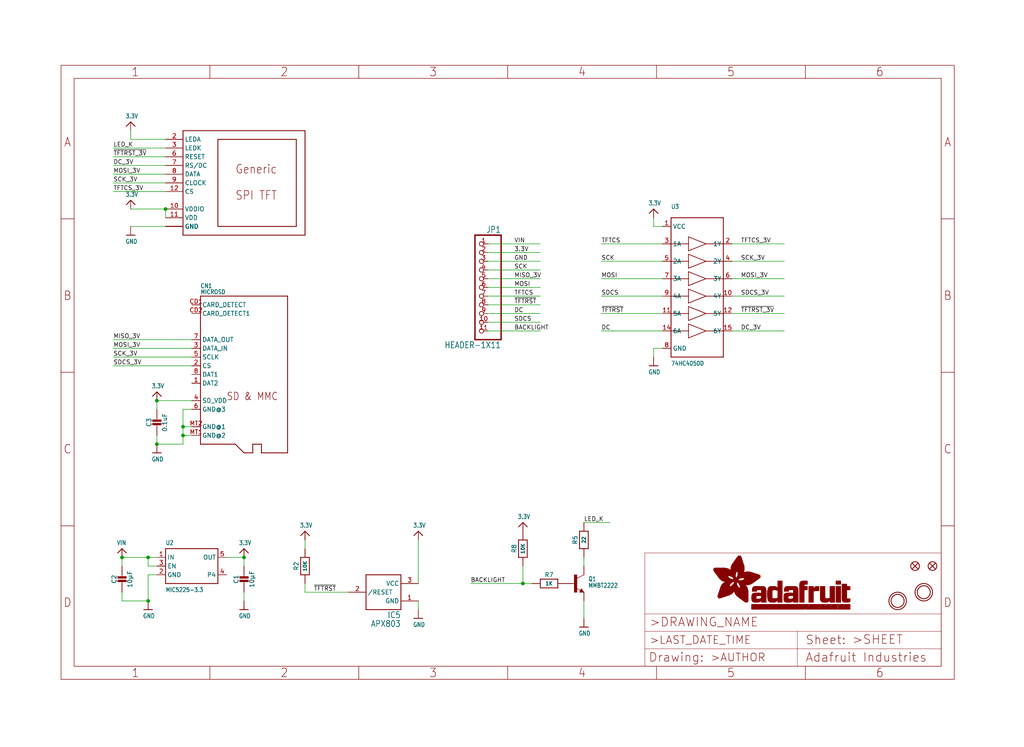
<source format=kicad_sch>
(kicad_sch (version 20211123) (generator eeschema)
  (paper "User" 298.45 217.881)
  (lib_symbols
    (symbol "eagleSchem-eagle-import:3.3V" (power)
      (property "Value" "3.3V" (at -1.524 1.016 0))
      (symbol "3.3V_1_0"
        (pin power_in line (at 0 -2.54 90) (length 2.54) (name "3.3V") (number "1"))
      )
    )
    (symbol "eagleSchem-eagle-import:74HC4050D"
      (property "Reference" "U" (at -7.62 22.86 0))
      (property "Value" "74HC4050D" (at -7.62 -22.86 0))
      (symbol "74HC4050D_1_0"
        (pin bidirectional line (at -10.16 17.78 0) (length 2.54) (name "VCC") (number "1"))
        (pin bidirectional line (at 10.16 -2.54 180) (length 2.54) (name "4Y") (number "10"))
        (pin bidirectional line (at -10.16 -7.62 0) (length 2.54) (name "5A") (number "11"))
        (pin bidirectional line (at 10.16 -7.62 180) (length 2.54) (name "5Y") (number "12"))
        (pin bidirectional line (at -10.16 -12.7 0) (length 2.54) (name "6A") (number "14"))
        (pin bidirectional line (at 10.16 -12.7 180) (length 2.54) (name "6Y") (number "15"))
        (pin bidirectional line (at 10.16 12.7 180) (length 2.54) (name "1Y") (number "2"))
        (pin bidirectional line (at -10.16 12.7 0) (length 2.54) (name "1A") (number "3"))
        (pin bidirectional line (at 10.16 7.62 180) (length 2.54) (name "2Y") (number "4"))
        (pin bidirectional line (at -10.16 7.62 0) (length 2.54) (name "2A") (number "5"))
        (pin bidirectional line (at 10.16 2.54 180) (length 2.54) (name "3Y") (number "6"))
        (pin bidirectional line (at -10.16 2.54 0) (length 2.54) (name "3A") (number "7"))
        (pin bidirectional line (at -10.16 -17.78 0) (length 2.54) (name "GND") (number "8"))
        (pin bidirectional line (at -10.16 -2.54 0) (length 2.54) (name "4A") (number "9"))
      )
    )
    (symbol "eagleSchem-eagle-import:AXP083-SAG"
      (property "Reference" "IC" (at -5.08 -7.62 0))
      (property "Value" "AXP083-SAG" (at -5.08 -10.16 0))
      (symbol "AXP083-SAG_1_0"
        (pin power_in line (at -10.16 -2.54 0) (length 5.08) (name "GND") (number "1"))
        (pin output line (at 10.16 0 180) (length 5.08) (name "/RESET") (number "2"))
        (pin power_in line (at -10.16 2.54 0) (length 5.08) (name "VCC") (number "3"))
      )
    )
    (symbol "eagleSchem-eagle-import:CAP_CERAMIC0805-NOOUTLINE"
      (property "Reference" "C" (at -2.29 1.25 90))
      (property "Value" "CAP_CERAMIC0805-NOOUTLINE" (at 2.3 1.25 90))
      (symbol "CAP_CERAMIC0805-NOOUTLINE_1_0"
        (pin passive line (at 0 5.08 270) (length 2.54) (name "1") (number "1"))
        (pin passive line (at 0 -2.54 90) (length 2.54) (name "2") (number "2"))
      )
    )
    (symbol "eagleSchem-eagle-import:DISP_LCD_0.9IN_160X80"
      (symbol "DISP_LCD_0.9IN_160X80_1_0"
        (text "Generic" (at -7.62 2.54 0) (effects (font (size 2.54 2.159)) (justify left bottom)))
        (text "SPI TFT" (at -7.62 -5.08 0) (effects (font (size 2.54 2.159)) (justify left bottom)))
        (pin power_in line (at -27.94 -12.7 0) (length 5.08) (name "GND") (number "1"))
        (pin power_in line (at -27.94 -7.62 0) (length 5.08) (name "VDDIO") (number "10"))
        (pin power_in line (at -27.94 -10.16 0) (length 5.08) (name "VDD") (number "11"))
        (pin input line (at -27.94 -2.54 0) (length 5.08) (name "CS") (number "12"))
        (pin power_in line (at -27.94 -12.7 0) (length 5.08) (name "GND") (number "13"))
        (pin input line (at -27.94 12.7 0) (length 5.08) (name "LEDA") (number "2"))
        (pin input line (at -27.94 10.16 0) (length 5.08) (name "LEDK") (number "3"))
        (pin power_in line (at -27.94 -12.7 0) (length 5.08) (name "GND") (number "5"))
        (pin input line (at -27.94 7.62 0) (length 5.08) (name "RESET") (number "6"))
        (pin input line (at -27.94 5.08 0) (length 5.08) (name "RS/DC") (number "7"))
        (pin bidirectional line (at -27.94 2.54 0) (length 5.08) (name "DATA") (number "8"))
        (pin input line (at -27.94 0 0) (length 5.08) (name "CLOCK") (number "9"))
      )
    )
    (symbol "eagleSchem-eagle-import:FIDUCIAL_1MM")
    (symbol "eagleSchem-eagle-import:FRAME_A4_ADAFRUIT"
      (symbol "FRAME_A4_ADAFRUIT_0_0"
        (text "1" (at 21.6958 1.905 0) (effects (font (size 2.54 2.286))))
        (text "1" (at 21.6958 177.165 0) (effects (font (size 2.54 2.286))))
        (text "2" (at 65.0875 1.905 0) (effects (font (size 2.54 2.286))))
        (text "2" (at 65.0875 177.165 0) (effects (font (size 2.54 2.286))))
        (text "3" (at 108.4792 1.905 0) (effects (font (size 2.54 2.286))))
        (text "3" (at 108.4792 177.165 0) (effects (font (size 2.54 2.286))))
        (text "4" (at 151.8708 1.905 0) (effects (font (size 2.54 2.286))))
        (text "4" (at 151.8708 177.165 0) (effects (font (size 2.54 2.286))))
        (text "5" (at 195.2625 1.905 0) (effects (font (size 2.54 2.286))))
        (text "5" (at 195.2625 177.165 0) (effects (font (size 2.54 2.286))))
        (text "6" (at 238.6542 1.905 0) (effects (font (size 2.54 2.286))))
        (text "6" (at 238.6542 177.165 0) (effects (font (size 2.54 2.286))))
        (text "A" (at 1.905 156.6863 0) (effects (font (size 2.54 2.286))))
        (text "A" (at 258.445 156.6863 0) (effects (font (size 2.54 2.286))))
        (text "B" (at 1.905 111.9188 0) (effects (font (size 2.54 2.286))))
        (text "B" (at 258.445 111.9188 0) (effects (font (size 2.54 2.286))))
        (text "C" (at 1.905 67.1513 0) (effects (font (size 2.54 2.286))))
        (text "C" (at 258.445 67.1513 0) (effects (font (size 2.54 2.286))))
        (text "D" (at 1.905 22.3838 0) (effects (font (size 2.54 2.286))))
        (text "D" (at 258.445 22.3838 0) (effects (font (size 2.54 2.286))))
      )
      (symbol "FRAME_A4_ADAFRUIT_1_0"
        (text ">AUTHOR" (at 189.23 5.08 0) (effects (font (size 2.286 2.286)) (justify left bottom)))
        (text ">DRAWING_NAME" (at 171.45 15.24 0) (effects (font (size 2.54 2.54)) (justify left bottom)))
        (text ">LAST_DATE_TIME" (at 171.45 10.16 0) (effects (font (size 2.286 2.286)) (justify left bottom)))
        (text ">SHEET" (at 230.505 10.16 0) (effects (font (size 2.54 2.54)) (justify left bottom)))
        (text "Adafruit Industries" (at 216.916 4.953 0) (effects (font (size 2.54 2.54)) (justify left bottom)))
        (text "Drawing:" (at 171.196 4.953 0) (effects (font (size 2.54 2.54)) (justify left bottom)))
        (text "Sheet:" (at 216.916 10.033 0) (effects (font (size 2.54 2.54)) (justify left bottom)))
      )
    )
    (symbol "eagleSchem-eagle-import:GND" (power)
      (property "Value" "GND" (at -1.524 -2.54 0))
      (symbol "GND_1_0"
        (pin power_in line (at 0 2.54 270) (length 2.54) (name "GND") (number "1"))
      )
    )
    (symbol "eagleSchem-eagle-import:HEADER-1X11"
      (property "Reference" "JP" (at -6.35 15.875 0))
      (property "Value" "HEADER-1X11" (at -6.35 -17.78 0))
      (symbol "HEADER-1X11_1_0"
        (pin passive inverted (at -2.54 12.7 0) (length 2.54) (name "1") (number "1"))
        (pin passive inverted (at -2.54 -10.16 0) (length 2.54) (name "10") (number "10"))
        (pin passive inverted (at -2.54 -12.7 0) (length 2.54) (name "11") (number "11"))
        (pin passive inverted (at -2.54 10.16 0) (length 2.54) (name "2") (number "2"))
        (pin passive inverted (at -2.54 7.62 0) (length 2.54) (name "3") (number "3"))
        (pin passive inverted (at -2.54 5.08 0) (length 2.54) (name "4") (number "4"))
        (pin passive inverted (at -2.54 2.54 0) (length 2.54) (name "5") (number "5"))
        (pin passive inverted (at -2.54 0 0) (length 2.54) (name "6") (number "6"))
        (pin passive inverted (at -2.54 -2.54 0) (length 2.54) (name "7") (number "7"))
        (pin passive inverted (at -2.54 -5.08 0) (length 2.54) (name "8") (number "8"))
        (pin passive inverted (at -2.54 -7.62 0) (length 2.54) (name "9") (number "9"))
      )
    )
    (symbol "eagleSchem-eagle-import:MICROSD"
      (property "Reference" "X" (at -12.7 22.606 0))
      (property "Value" "MICROSD" (at -12.7 20.828 0))
      (symbol "MICROSD_1_0"
        (text "SD & MMC" (at -5.08 -10.16 0) (effects (font (size 2.1844 1.8567)) (justify left bottom)))
        (pin bidirectional line (at -15.24 -5.08 0) (length 2.54) (name "DAT2") (number "1"))
        (pin input line (at -15.24 0 0) (length 2.54) (name "CS") (number "2"))
        (pin input line (at -15.24 5.08 0) (length 2.54) (name "DATA_IN") (number "3"))
        (pin power_in line (at -15.24 -10.16 0) (length 2.54) (name "SD_VDD") (number "4"))
        (pin input line (at -15.24 2.54 0) (length 2.54) (name "SCLK") (number "5"))
        (pin power_in line (at -15.24 -12.7 0) (length 2.54) (name "GND@3") (number "6"))
        (pin output line (at -15.24 7.62 0) (length 2.54) (name "DATA_OUT") (number "7"))
        (pin bidirectional line (at -15.24 -2.54 0) (length 2.54) (name "DAT1") (number "8"))
        (pin passive line (at -15.24 17.78 0) (length 2.54) (name "CARD_DETECT") (number "CD1"))
        (pin passive line (at -15.24 15.24 0) (length 2.54) (name "CARD_DETECT1") (number "CD2"))
        (pin power_in line (at -15.24 -20.32 0) (length 2.54) (name "GND@2") (number "MT1"))
        (pin power_in line (at -15.24 -17.78 0) (length 2.54) (name "GND@1") (number "MT2"))
      )
    )
    (symbol "eagleSchem-eagle-import:MOUNTINGHOLE2.5")
    (symbol "eagleSchem-eagle-import:RESISTOR_0603_NOOUT"
      (property "Reference" "R" (at 0 2.54 0))
      (property "Value" "RESISTOR_0603_NOOUT" (at 0 0 0))
      (symbol "RESISTOR_0603_NOOUT_1_0"
        (pin passive line (at -5.08 0 0) (length 2.54) (name "1") (number "1"))
        (pin passive line (at 5.08 0 180) (length 2.54) (name "2") (number "2"))
      )
    )
    (symbol "eagleSchem-eagle-import:TRANSISTOR_NPNWIDE"
      (property "Reference" "Q" (at 1.27 0.635 0))
      (property "Value" "TRANSISTOR_NPNWIDE" (at 1.27 -1.27 0))
      (symbol "TRANSISTOR_NPNWIDE_1_0"
        (pin passive line (at -5.08 0 0) (length 2.54) (name "B") (number "1"))
        (pin passive line (at 0 -5.08 90) (length 2.54) (name "E") (number "2"))
        (pin passive line (at 0 5.08 270) (length 2.54) (name "C") (number "3"))
      )
    )
    (symbol "eagleSchem-eagle-import:VIN" (power)
      (property "Value" "VIN" (at -1.524 1.016 0))
      (symbol "VIN_1_0"
        (pin power_in line (at 0 -2.54 90) (length 2.54) (name "VIN") (number "1"))
      )
    )
    (symbol "eagleSchem-eagle-import:VREG_SOT23-5"
      (property "Reference" "U" (at -7.62 6.096 0))
      (property "Value" "VREG_SOT23-5" (at -7.62 -7.62 0))
      (symbol "VREG_SOT23-5_1_0"
        (pin power_in line (at -10.16 2.54 0) (length 2.54) (name "IN") (number "1"))
        (pin power_in line (at -10.16 -2.54 0) (length 2.54) (name "GND") (number "2"))
        (pin input line (at -10.16 0 0) (length 2.54) (name "EN") (number "3"))
        (pin bidirectional line (at 10.16 -2.54 180) (length 2.54) (name "P4") (number "4"))
        (pin power_in line (at 10.16 2.54 180) (length 2.54) (name "OUT") (number "5"))
      )
    )
  )
  (junction (at 45.72 116.84))
  (junction (at 45.72 129.54))
  (junction (at 71.12 162.56))
  (junction (at 53.34 124.46))
  (junction (at 43.18 162.56))
  (junction (at 152.4 170.18))
  (junction (at 43.18 175.26))
  (junction (at 53.34 127))
  (junction (at 35.56 162.56))
  (junction (at 48.26 60.96))
  (wire (pts (xy 35.56 175.26) (xy 43.18 175.26)))
  (wire (pts (xy 193.04 86.36) (xy 175.26 86.36)))
  (wire (pts (xy 43.18 165.1) (xy 43.18 162.56)))
  (wire (pts (xy 53.34 129.54) (xy 45.72 129.54)))
  (wire (pts (xy 101.6 172.72) (xy 88.9 172.72)))
  (wire (pts (xy 33.02 55.88) (xy 48.26 55.88)))
  (wire (pts (xy 142.24 83.82) (xy 157.48 83.82)))
  (wire (pts (xy 71.12 162.56) (xy 71.12 165.1)))
  (wire (pts (xy 66.04 162.56) (xy 71.12 162.56)))
  (wire (pts (xy 228.6 71.12) (xy 213.36 71.12)))
  (wire (pts (xy 55.88 104.14) (xy 33.02 104.14)))
  (wire (pts (xy 55.88 116.84) (xy 45.72 116.84)))
  (wire (pts (xy 157.48 96.52) (xy 142.24 96.52)))
  (wire (pts (xy 88.9 172.72) (xy 88.9 170.18)))
  (wire (pts (xy 48.26 53.34) (xy 33.02 53.34)))
  (wire (pts (xy 53.34 124.46) (xy 53.34 127)))
  (wire (pts (xy 177.8 152.4) (xy 170.18 152.4)))
  (wire (pts (xy 33.02 50.8) (xy 48.26 50.8)))
  (wire (pts (xy 193.04 76.2) (xy 175.26 76.2)))
  (wire (pts (xy 152.4 170.18) (xy 137.16 170.18)))
  (wire (pts (xy 45.72 165.1) (xy 43.18 165.1)))
  (wire (pts (xy 213.36 76.2) (xy 228.6 76.2)))
  (wire (pts (xy 88.9 160.02) (xy 88.9 157.48)))
  (wire (pts (xy 142.24 73.66) (xy 157.48 73.66)))
  (wire (pts (xy 213.36 81.28) (xy 228.6 81.28)))
  (wire (pts (xy 53.34 119.38) (xy 53.34 124.46)))
  (wire (pts (xy 38.1 66.04) (xy 48.26 66.04)))
  (wire (pts (xy 71.12 172.72) (xy 71.12 175.26)))
  (wire (pts (xy 38.1 60.96) (xy 48.26 60.96)))
  (wire (pts (xy 190.5 101.6) (xy 190.5 104.14)))
  (wire (pts (xy 193.04 81.28) (xy 175.26 81.28)))
  (wire (pts (xy 193.04 96.52) (xy 175.26 96.52)))
  (wire (pts (xy 142.24 88.9) (xy 157.48 88.9)))
  (wire (pts (xy 142.24 71.12) (xy 157.48 71.12)))
  (wire (pts (xy 43.18 167.64) (xy 43.18 175.26)))
  (wire (pts (xy 121.92 170.18) (xy 121.92 157.48)))
  (wire (pts (xy 45.72 162.56) (xy 43.18 162.56)))
  (wire (pts (xy 45.72 127) (xy 45.72 129.54)))
  (wire (pts (xy 213.36 86.36) (xy 228.6 86.36)))
  (wire (pts (xy 48.26 43.18) (xy 33.02 43.18)))
  (wire (pts (xy 48.26 40.64) (xy 38.1 40.64)))
  (wire (pts (xy 170.18 162.56) (xy 170.18 165.1)))
  (wire (pts (xy 157.48 81.28) (xy 142.24 81.28)))
  (wire (pts (xy 35.56 165.1) (xy 35.56 162.56)))
  (wire (pts (xy 193.04 101.6) (xy 190.5 101.6)))
  (wire (pts (xy 45.72 116.84) (xy 45.72 119.38)))
  (wire (pts (xy 55.88 119.38) (xy 53.34 119.38)))
  (wire (pts (xy 157.48 86.36) (xy 142.24 86.36)))
  (wire (pts (xy 193.04 71.12) (xy 175.26 71.12)))
  (wire (pts (xy 213.36 96.52) (xy 228.6 96.52)))
  (wire (pts (xy 190.5 63.5) (xy 190.5 66.04)))
  (wire (pts (xy 142.24 78.74) (xy 157.48 78.74)))
  (wire (pts (xy 48.26 45.72) (xy 33.02 45.72)))
  (wire (pts (xy 142.24 93.98) (xy 157.48 93.98)))
  (wire (pts (xy 35.56 172.72) (xy 35.56 175.26)))
  (wire (pts (xy 53.34 127) (xy 53.34 129.54)))
  (wire (pts (xy 55.88 106.68) (xy 33.02 106.68)))
  (wire (pts (xy 193.04 91.44) (xy 175.26 91.44)))
  (wire (pts (xy 38.1 40.64) (xy 38.1 38.1)))
  (wire (pts (xy 157.48 91.44) (xy 142.24 91.44)))
  (wire (pts (xy 48.26 48.26) (xy 33.02 48.26)))
  (wire (pts (xy 213.36 91.44) (xy 228.6 91.44)))
  (wire (pts (xy 152.4 165.1) (xy 152.4 170.18)))
  (wire (pts (xy 190.5 66.04) (xy 193.04 66.04)))
  (wire (pts (xy 154.94 170.18) (xy 152.4 170.18)))
  (wire (pts (xy 55.88 124.46) (xy 53.34 124.46)))
  (wire (pts (xy 55.88 101.6) (xy 33.02 101.6)))
  (wire (pts (xy 55.88 127) (xy 53.34 127)))
  (wire (pts (xy 55.88 99.06) (xy 33.02 99.06)))
  (wire (pts (xy 48.26 63.5) (xy 48.26 60.96)))
  (wire (pts (xy 45.72 167.64) (xy 43.18 167.64)))
  (wire (pts (xy 170.18 175.26) (xy 170.18 180.34)))
  (wire (pts (xy 142.24 76.2) (xy 157.48 76.2)))
  (wire (pts (xy 121.92 175.26) (xy 121.92 177.8)))
  (wire (pts (xy 43.18 162.56) (xy 35.56 162.56)))
  (label "MOSI_3V" (at 33.02 101.6 0) (effects (font (size 1.2446 1.2446))))
  (label "GND" (at 149.86 76.2 0) (effects (font (size 1.2446 1.2446))))
  (label "TFTCS" (at 175.26 71.12 0) (effects (font (size 1.2446 1.2446))))
  (label "VIN" (at 149.86 71.12 0) (effects (font (size 1.2446 1.2446))))
  (label "MOSI_3V" (at 33.02 50.8 0) (effects (font (size 1.2446 1.2446))))
  (label "LED_K" (at 170.18 152.4 0) (effects (font (size 1.2446 1.2446))))
  (label "SCK" (at 149.86 78.74 0) (effects (font (size 1.2446 1.2446))))
  (label "MISO_3V" (at 33.02 99.06 0) (effects (font (size 1.2446 1.2446))))
  (label "~{TFTRST_3V}" (at 33.02 45.72 0) (effects (font (size 1.2446 1.2446))))
  (label "TFTCS_3V" (at 215.9 71.12 0) (effects (font (size 1.2446 1.2446))))
  (label "MOSI_3V" (at 215.9 81.28 0) (effects (font (size 1.2446 1.2446))))
  (label "LED_K" (at 33.02 43.18 0) (effects (font (size 1.2446 1.2446))))
  (label "SCK_3V" (at 33.02 104.14 0) (effects (font (size 1.2446 1.2446))))
  (label "SDCS_3V" (at 33.02 106.68 0) (effects (font (size 1.2446 1.2446))))
  (label "~{TFTRST_3V}" (at 215.9 91.44 0) (effects (font (size 1.2446 1.2446))))
  (label "SCK_3V" (at 215.9 76.2 0) (effects (font (size 1.2446 1.2446))))
  (label "BACKLIGHT" (at 137.16 170.18 0) (effects (font (size 1.2446 1.2446))))
  (label "MOSI" (at 175.26 81.28 0) (effects (font (size 1.2446 1.2446))))
  (label "TFTCS_3V" (at 33.02 55.88 0) (effects (font (size 1.2446 1.2446))))
  (label "MOSI" (at 149.86 83.82 0) (effects (font (size 1.2446 1.2446))))
  (label "DC_3V" (at 33.02 48.26 0) (effects (font (size 1.2446 1.2446))))
  (label "BACKLIGHT" (at 149.86 96.52 0) (effects (font (size 1.2446 1.2446))))
  (label "SCK" (at 175.26 76.2 0) (effects (font (size 1.2446 1.2446))))
  (label "~{TFTRST}" (at 175.26 91.44 0) (effects (font (size 1.2446 1.2446))))
  (label "TFTCS" (at 149.86 86.36 0) (effects (font (size 1.2446 1.2446))))
  (label "~{TFTRST}" (at 91.44 172.72 0) (effects (font (size 1.2446 1.2446))))
  (label "~{TFTRST}" (at 149.86 88.9 0) (effects (font (size 1.2446 1.2446))))
  (label "3.3V" (at 149.86 73.66 0) (effects (font (size 1.2446 1.2446))))
  (label "SDCS" (at 149.86 93.98 0) (effects (font (size 1.2446 1.2446))))
  (label "SCK_3V" (at 33.02 53.34 0) (effects (font (size 1.2446 1.2446))))
  (label "DC_3V" (at 215.9 96.52 0) (effects (font (size 1.2446 1.2446))))
  (label "DC" (at 149.86 91.44 0) (effects (font (size 1.2446 1.2446))))
  (label "MISO_3V" (at 149.86 81.28 0) (effects (font (size 1.2446 1.2446))))
  (label "SDCS" (at 175.26 86.36 0) (effects (font (size 1.2446 1.2446))))
  (label "DC" (at 175.26 96.52 0) (effects (font (size 1.2446 1.2446))))
  (label "SDCS_3V" (at 215.9 86.36 0) (effects (font (size 1.2446 1.2446))))
  (symbol (lib_id "eagleSchem-eagle-import:VIN") (at 35.56 160.02 0) (unit 1)
    (property "Reference" "#U$28" (effects hide))
    (property "Value" "VIN" (at 34.036 159.004 0) (effects (font (size 1.27 1.0795)) (justify left bottom)))
    (property "Footprint" "eagleSchem:" (effects hide))
  )
  (symbol (lib_id "eagleSchem-eagle-import:FIDUCIAL_1MM") (at 271.78 165.1 0) (unit 1)
    (property "Reference" "FID1" (effects hide))
    (property "Value" "FIDUCIAL_1MM" (effects hide))
    (property "Footprint" "eagleSchem:FIDUCIAL_1MM" (effects hide))
  )
  (symbol (lib_id "eagleSchem-eagle-import:GND") (at 43.18 177.8 0) (unit 1)
    (property "Reference" "#U$25" (effects hide))
    (property "Value" "GND" (at 41.656 180.34 0) (effects (font (size 1.27 1.0795)) (justify left bottom)))
    (property "Footprint" "eagleSchem:" (effects hide))
  )
  (symbol (lib_id "eagleSchem-eagle-import:TRANSISTOR_NPNWIDE") (at 170.18 170.18 0) (unit 1)
    (property "Reference" "Q1" (at 171.45 169.545 0) (effects (font (size 1.27 1.0795)) (justify left bottom)))
    (property "Value" "MMBT2222" (at 171.45 171.45 0) (effects (font (size 1.27 1.0795)) (justify left bottom)))
    (property "Footprint" "eagleSchem:SOT23-WIDE" (effects hide))
  )
  (symbol (lib_id "eagleSchem-eagle-import:GND") (at 45.72 132.08 0) (unit 1)
    (property "Reference" "#U$22" (effects hide))
    (property "Value" "GND" (at 44.196 134.62 0) (effects (font (size 1.27 1.0795)) (justify left bottom)))
    (property "Footprint" "eagleSchem:" (effects hide))
  )
  (symbol (lib_id "eagleSchem-eagle-import:CAP_CERAMIC0805-NOOUTLINE") (at 35.56 170.18 0) (unit 1)
    (property "Reference" "C2" (at 33.27 168.93 90))
    (property "Value" "10µF" (at 37.86 168.93 90))
    (property "Footprint" "eagleSchem:0805-NO" (effects hide))
  )
  (symbol (lib_id "eagleSchem-eagle-import:MOUNTINGHOLE2.5") (at 269.24 172.72 0) (unit 1)
    (property "Reference" "U$9" (effects hide))
    (property "Value" "MOUNTINGHOLE2.5" (effects hide))
    (property "Footprint" "eagleSchem:MOUNTINGHOLE_2.5_PLATED" (effects hide))
  )
  (symbol (lib_id "eagleSchem-eagle-import:GND") (at 38.1 68.58 0) (unit 1)
    (property "Reference" "#U$5" (effects hide))
    (property "Value" "GND" (at 36.576 71.12 0) (effects (font (size 1.27 1.0795)) (justify left bottom)))
    (property "Footprint" "eagleSchem:" (effects hide))
  )
  (symbol (lib_id "eagleSchem-eagle-import:3.3V") (at 45.72 114.3 0) (unit 1)
    (property "Reference" "#U$20" (effects hide))
    (property "Value" "3.3V" (at 44.196 113.284 0) (effects (font (size 1.27 1.0795)) (justify left bottom)))
    (property "Footprint" "eagleSchem:" (effects hide))
  )
  (symbol (lib_id "eagleSchem-eagle-import:3.3V") (at 38.1 58.42 0) (unit 1)
    (property "Reference" "#U$13" (effects hide))
    (property "Value" "3.3V" (at 36.576 57.404 0) (effects (font (size 1.27 1.0795)) (justify left bottom)))
    (property "Footprint" "eagleSchem:" (effects hide))
  )
  (symbol (lib_id "eagleSchem-eagle-import:DISP_LCD_0.9IN_160X80") (at 76.2 53.34 0) (unit 1)
    (property "Reference" "U$2" (effects hide))
    (property "Value" "DISP_LCD_0.9IN_160X80" (effects hide))
    (property "Footprint" "eagleSchem:TFT_0.96IN_160X80" (effects hide))
  )
  (symbol (lib_id "eagleSchem-eagle-import:VREG_SOT23-5") (at 55.88 165.1 0) (unit 1)
    (property "Reference" "U2" (at 48.26 159.004 0) (effects (font (size 1.27 1.0795)) (justify left bottom)))
    (property "Value" "MIC5225-3.3" (at 48.26 172.72 0) (effects (font (size 1.27 1.0795)) (justify left bottom)))
    (property "Footprint" "eagleSchem:SOT23-5" (effects hide))
  )
  (symbol (lib_id "eagleSchem-eagle-import:RESISTOR_0603_NOOUT") (at 170.18 157.48 90) (unit 1)
    (property "Reference" "R5" (at 167.64 157.48 0))
    (property "Value" "22" (at 170.18 157.48 0) (effects (font (size 1.016 1.016) bold)))
    (property "Footprint" "eagleSchem:0603-NO" (effects hide))
  )
  (symbol (lib_id "eagleSchem-eagle-import:MICROSD") (at 71.12 106.68 0) (unit 1)
    (property "Reference" "CN1" (at 58.42 84.074 0) (effects (font (size 1.27 1.0795)) (justify left bottom)))
    (property "Value" "MICROSD" (at 58.42 85.852 0) (effects (font (size 1.27 1.0795)) (justify left bottom)))
    (property "Footprint" "eagleSchem:MICROSD" (effects hide))
  )
  (symbol (lib_id "eagleSchem-eagle-import:74HC4050D") (at 203.2 83.82 0) (unit 1)
    (property "Reference" "U3" (at 195.58 60.96 0) (effects (font (size 1.27 1.0795)) (justify left bottom)))
    (property "Value" "74HC4050D" (at 195.58 106.68 0) (effects (font (size 1.27 1.0795)) (justify left bottom)))
    (property "Footprint" "eagleSchem:SOIC16" (effects hide))
  )
  (symbol (lib_id "eagleSchem-eagle-import:GND") (at 190.5 106.68 0) (unit 1)
    (property "Reference" "#U$8" (effects hide))
    (property "Value" "GND" (at 188.976 109.22 0) (effects (font (size 1.27 1.0795)) (justify left bottom)))
    (property "Footprint" "eagleSchem:" (effects hide))
  )
  (symbol (lib_id "eagleSchem-eagle-import:MOUNTINGHOLE2.5") (at 261.62 175.26 0) (unit 1)
    (property "Reference" "U$10" (effects hide))
    (property "Value" "MOUNTINGHOLE2.5" (effects hide))
    (property "Footprint" "eagleSchem:MOUNTINGHOLE_2.5_PLATED" (effects hide))
  )
  (symbol (lib_id "eagleSchem-eagle-import:3.3V") (at 71.12 160.02 0) (unit 1)
    (property "Reference" "#U$26" (effects hide))
    (property "Value" "3.3V" (at 69.596 159.004 0) (effects (font (size 1.27 1.0795)) (justify left bottom)))
    (property "Footprint" "eagleSchem:" (effects hide))
  )
  (symbol (lib_id "eagleSchem-eagle-import:3.3V") (at 88.9 154.94 0) (unit 1)
    (property "Reference" "#U$21" (effects hide))
    (property "Value" "3.3V" (at 87.376 153.924 0) (effects (font (size 1.27 1.0795)) (justify left bottom)))
    (property "Footprint" "eagleSchem:" (effects hide))
  )
  (symbol (lib_id "eagleSchem-eagle-import:RESISTOR_0603_NOOUT") (at 88.9 165.1 90) (unit 1)
    (property "Reference" "R2" (at 86.36 165.1 0))
    (property "Value" "10K" (at 88.9 165.1 0) (effects (font (size 1.016 1.016) bold)))
    (property "Footprint" "eagleSchem:0603-NO" (effects hide))
  )
  (symbol (lib_id "eagleSchem-eagle-import:FRAME_A4_ADAFRUIT") (at 17.78 198.12 0) (unit 1)
    (property "Reference" "#U$1" (effects hide))
    (property "Value" "FRAME_A4_ADAFRUIT" (effects hide))
    (property "Footprint" "eagleSchem:" (effects hide))
  )
  (symbol (lib_id "eagleSchem-eagle-import:3.3V") (at 38.1 35.56 0) (unit 1)
    (property "Reference" "#U$15" (effects hide))
    (property "Value" "3.3V" (at 36.576 34.544 0) (effects (font (size 1.27 1.0795)) (justify left bottom)))
    (property "Footprint" "eagleSchem:" (effects hide))
  )
  (symbol (lib_id "eagleSchem-eagle-import:RESISTOR_0603_NOOUT") (at 160.02 170.18 0) (unit 1)
    (property "Reference" "R7" (at 160.02 167.64 0))
    (property "Value" "1K" (at 160.02 170.18 0) (effects (font (size 1.016 1.016) bold)))
    (property "Footprint" "eagleSchem:0603-NO" (effects hide))
  )
  (symbol (lib_id "eagleSchem-eagle-import:AXP083-SAG") (at 111.76 172.72 0) (mirror y) (unit 1)
    (property "Reference" "IC5" (at 116.84 180.34 0) (effects (font (size 1.778 1.5113)) (justify left bottom)))
    (property "Value" "APX803" (at 116.84 182.88 0) (effects (font (size 1.778 1.5113)) (justify left bottom)))
    (property "Footprint" "eagleSchem:SOT23" (effects hide))
  )
  (symbol (lib_id "eagleSchem-eagle-import:RESISTOR_0603_NOOUT") (at 152.4 160.02 90) (unit 1)
    (property "Reference" "R8" (at 149.86 160.02 0))
    (property "Value" "10K" (at 152.4 160.02 0) (effects (font (size 1.016 1.016) bold)))
    (property "Footprint" "eagleSchem:0603-NO" (effects hide))
  )
  (symbol (lib_id "eagleSchem-eagle-import:FIDUCIAL_1MM") (at 266.7 165.1 0) (unit 1)
    (property "Reference" "FID2" (effects hide))
    (property "Value" "FIDUCIAL_1MM" (effects hide))
    (property "Footprint" "eagleSchem:FIDUCIAL_1MM" (effects hide))
  )
  (symbol (lib_id "eagleSchem-eagle-import:GND") (at 71.12 177.8 0) (unit 1)
    (property "Reference" "#U$27" (effects hide))
    (property "Value" "GND" (at 69.596 180.34 0) (effects (font (size 1.27 1.0795)) (justify left bottom)))
    (property "Footprint" "eagleSchem:" (effects hide))
  )
  (symbol (lib_id "eagleSchem-eagle-import:3.3V") (at 152.4 152.4 0) (unit 1)
    (property "Reference" "#U$30" (effects hide))
    (property "Value" "3.3V" (at 150.876 151.384 0) (effects (font (size 1.27 1.0795)) (justify left bottom)))
    (property "Footprint" "eagleSchem:" (effects hide))
  )
  (symbol (lib_id "eagleSchem-eagle-import:3.3V") (at 190.5 60.96 0) (unit 1)
    (property "Reference" "#U$12" (effects hide))
    (property "Value" "3.3V" (at 188.976 59.944 0) (effects (font (size 1.27 1.0795)) (justify left bottom)))
    (property "Footprint" "eagleSchem:" (effects hide))
  )
  (symbol (lib_id "eagleSchem-eagle-import:3.3V") (at 121.92 154.94 0) (unit 1)
    (property "Reference" "#U$31" (effects hide))
    (property "Value" "3.3V" (at 120.396 153.924 0) (effects (font (size 1.27 1.0795)) (justify left bottom)))
    (property "Footprint" "eagleSchem:" (effects hide))
  )
  (symbol (lib_id "eagleSchem-eagle-import:GND") (at 170.18 182.88 0) (unit 1)
    (property "Reference" "#U$29" (effects hide))
    (property "Value" "GND" (at 168.656 185.42 0) (effects (font (size 1.27 1.0795)) (justify left bottom)))
    (property "Footprint" "eagleSchem:" (effects hide))
  )
  (symbol (lib_id "eagleSchem-eagle-import:CAP_CERAMIC0805-NOOUTLINE") (at 45.72 124.46 0) (unit 1)
    (property "Reference" "C3" (at 43.43 123.21 90))
    (property "Value" "0.1uF" (at 48.02 123.21 90))
    (property "Footprint" "eagleSchem:0805-NO" (effects hide))
  )
  (symbol (lib_id "eagleSchem-eagle-import:CAP_CERAMIC0805-NOOUTLINE") (at 71.12 170.18 0) (unit 1)
    (property "Reference" "C1" (at 68.83 168.93 90))
    (property "Value" "10µF" (at 73.42 168.93 90))
    (property "Footprint" "eagleSchem:0805-NO" (effects hide))
  )
  (symbol (lib_id "eagleSchem-eagle-import:HEADER-1X11") (at 139.7 83.82 0) (mirror y) (unit 1)
    (property "Reference" "JP1" (at 146.05 67.945 0) (effects (font (size 1.778 1.5113)) (justify left bottom)))
    (property "Value" "HEADER-1X11" (at 146.05 101.6 0) (effects (font (size 1.778 1.5113)) (justify left bottom)))
    (property "Footprint" "eagleSchem:1X11_ROUND" (effects hide))
  )
  (symbol (lib_id "eagleSchem-eagle-import:GND") (at 121.92 180.34 0) (unit 1)
    (property "Reference" "#U$17" (effects hide))
    (property "Value" "GND" (at 120.396 182.88 0) (effects (font (size 1.27 1.0795)) (justify left bottom)))
    (property "Footprint" "eagleSchem:" (effects hide))
  )
)
</source>
